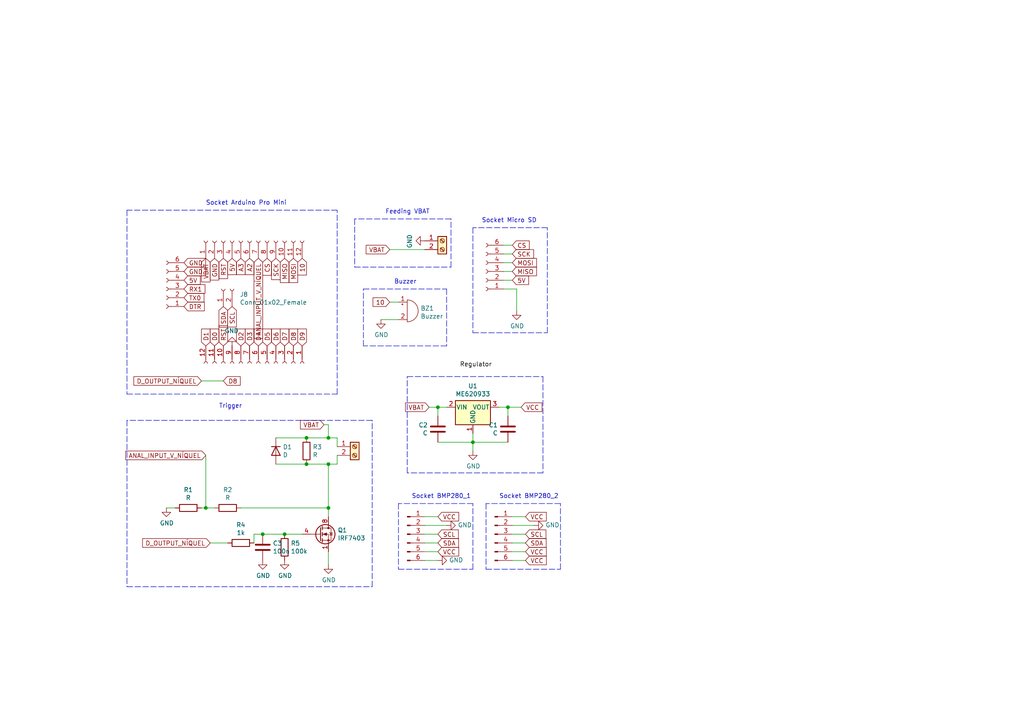
<source format=kicad_sch>
(kicad_sch (version 20211123) (generator eeschema)
  (paper "A4")
  (lib_symbols
    (symbol "Connector:Conn_01x02_Female" (pin_names (offset 1.016) hide)
      (property "Reference" "J" (at 0 2.54 0))
      (property "Value" "Conn_01x02_Female" (at 0 -5.08 0))
      (symbol "Conn_01x02_Female_1_1"
        (arc (start 0 -2.032) (mid -0.508 -2.54) (end 0 -3.048) (stroke (width 0.1524)))
        (polyline (pts (xy -1.27 -2.54) (xy -0.508 -2.54)) (stroke (width 0.1524)))
        (polyline (pts (xy -1.27 0) (xy -0.508 0)) (stroke (width 0.1524)))
        (arc (start 0 0.508) (mid -0.508 0) (end 0 -0.508) (stroke (width 0.1524)))
        (pin passive line (at -5.08 0 0) (length 3.81) (name "Pin_1") (number "1"))
        (pin passive line (at -5.08 -2.54 0) (length 3.81) (name "Pin_2") (number "2"))
      )
    )
    (symbol "Connector:Conn_01x06_Female" (pin_names (offset 1.016) hide)
      (property "Reference" "J" (at 0 7.62 0))
      (property "Value" "Conn_01x06_Female" (at 0 -10.16 0))
      (symbol "Conn_01x06_Female_1_1"
        (arc (start 0 -7.112) (mid -0.508 -7.62) (end 0 -8.128) (stroke (width 0.1524)))
        (arc (start 0 -4.572) (mid -0.508 -5.08) (end 0 -5.588) (stroke (width 0.1524)))
        (arc (start 0 -2.032) (mid -0.508 -2.54) (end 0 -3.048) (stroke (width 0.1524)))
        (polyline (pts (xy -1.27 -7.62) (xy -0.508 -7.62)) (stroke (width 0.1524)))
        (polyline (pts (xy -1.27 -5.08) (xy -0.508 -5.08)) (stroke (width 0.1524)))
        (polyline (pts (xy -1.27 -2.54) (xy -0.508 -2.54)) (stroke (width 0.1524)))
        (polyline (pts (xy -1.27 0) (xy -0.508 0)) (stroke (width 0.1524)))
        (polyline (pts (xy -1.27 2.54) (xy -0.508 2.54)) (stroke (width 0.1524)))
        (polyline (pts (xy -1.27 5.08) (xy -0.508 5.08)) (stroke (width 0.1524)))
        (arc (start 0 0.508) (mid -0.508 0) (end 0 -0.508) (stroke (width 0.1524)))
        (arc (start 0 3.048) (mid -0.508 2.54) (end 0 2.032) (stroke (width 0.1524)))
        (arc (start 0 5.588) (mid -0.508 5.08) (end 0 4.572) (stroke (width 0.1524)))
        (pin passive line (at -5.08 5.08 0) (length 3.81) (name "Pin_1") (number "1"))
        (pin passive line (at -5.08 2.54 0) (length 3.81) (name "Pin_2") (number "2"))
        (pin passive line (at -5.08 0 0) (length 3.81) (name "Pin_3") (number "3"))
        (pin passive line (at -5.08 -2.54 0) (length 3.81) (name "Pin_4") (number "4"))
        (pin passive line (at -5.08 -5.08 0) (length 3.81) (name "Pin_5") (number "5"))
        (pin passive line (at -5.08 -7.62 0) (length 3.81) (name "Pin_6") (number "6"))
      )
    )
    (symbol "Connector:Conn_01x06_Male" (pin_names (offset 1.016) hide)
      (property "Reference" "J" (at 0 7.62 0))
      (property "Value" "Conn_01x06_Male" (at 0 -10.16 0))
      (symbol "Conn_01x06_Male_1_1"
        (polyline (pts (xy 1.27 -7.62) (xy 0.8636 -7.62)) (stroke (width 0.1524)))
        (polyline (pts (xy 1.27 -5.08) (xy 0.8636 -5.08)) (stroke (width 0.1524)))
        (polyline (pts (xy 1.27 -2.54) (xy 0.8636 -2.54)) (stroke (width 0.1524)))
        (polyline (pts (xy 1.27 0) (xy 0.8636 0)) (stroke (width 0.1524)))
        (polyline (pts (xy 1.27 2.54) (xy 0.8636 2.54)) (stroke (width 0.1524)))
        (polyline (pts (xy 1.27 5.08) (xy 0.8636 5.08)) (stroke (width 0.1524)))
        (rectangle (start 0.8636 -7.493) (end 0 -7.747) (stroke (width 0.1524)) (fill (type outline)))
        (rectangle (start 0.8636 -4.953) (end 0 -5.207) (stroke (width 0.1524)) (fill (type outline)))
        (rectangle (start 0.8636 -2.413) (end 0 -2.667) (stroke (width 0.1524)) (fill (type outline)))
        (rectangle (start 0.8636 0.127) (end 0 -0.127) (stroke (width 0.1524)) (fill (type outline)))
        (rectangle (start 0.8636 2.667) (end 0 2.413) (stroke (width 0.1524)) (fill (type outline)))
        (rectangle (start 0.8636 5.207) (end 0 4.953) (stroke (width 0.1524)) (fill (type outline)))
        (pin passive line (at 5.08 5.08 180) (length 3.81) (name "Pin_1") (number "1"))
        (pin passive line (at 5.08 2.54 180) (length 3.81) (name "Pin_2") (number "2"))
        (pin passive line (at 5.08 0 180) (length 3.81) (name "Pin_3") (number "3"))
        (pin passive line (at 5.08 -2.54 180) (length 3.81) (name "Pin_4") (number "4"))
        (pin passive line (at 5.08 -5.08 180) (length 3.81) (name "Pin_5") (number "5"))
        (pin passive line (at 5.08 -7.62 180) (length 3.81) (name "Pin_6") (number "6"))
      )
    )
    (symbol "Connector:Conn_01x12_Female" (pin_names (offset 1.016) hide)
      (property "Reference" "J" (at 0 15.24 0))
      (property "Value" "Conn_01x12_Female" (at 0 -17.78 0))
      (symbol "Conn_01x12_Female_1_1"
        (arc (start 0 -14.732) (mid -0.508 -15.24) (end 0 -15.748) (stroke (width 0.1524)))
        (arc (start 0 -12.192) (mid -0.508 -12.7) (end 0 -13.208) (stroke (width 0.1524)))
        (arc (start 0 -9.652) (mid -0.508 -10.16) (end 0 -10.668) (stroke (width 0.1524)))
        (arc (start 0 -7.112) (mid -0.508 -7.62) (end 0 -8.128) (stroke (width 0.1524)))
        (arc (start 0 -4.572) (mid -0.508 -5.08) (end 0 -5.588) (stroke (width 0.1524)))
        (arc (start 0 -2.032) (mid -0.508 -2.54) (end 0 -3.048) (stroke (width 0.1524)))
        (polyline (pts (xy -1.27 -15.24) (xy -0.508 -15.24)) (stroke (width 0.1524)))
        (polyline (pts (xy -1.27 -12.7) (xy -0.508 -12.7)) (stroke (width 0.1524)))
        (polyline (pts (xy -1.27 -10.16) (xy -0.508 -10.16)) (stroke (width 0.1524)))
        (polyline (pts (xy -1.27 -7.62) (xy -0.508 -7.62)) (stroke (width 0.1524)))
        (polyline (pts (xy -1.27 -5.08) (xy -0.508 -5.08)) (stroke (width 0.1524)))
        (polyline (pts (xy -1.27 -2.54) (xy -0.508 -2.54)) (stroke (width 0.1524)))
        (polyline (pts (xy -1.27 0) (xy -0.508 0)) (stroke (width 0.1524)))
        (polyline (pts (xy -1.27 2.54) (xy -0.508 2.54)) (stroke (width 0.1524)))
        (polyline (pts (xy -1.27 5.08) (xy -0.508 5.08)) (stroke (width 0.1524)))
        (polyline (pts (xy -1.27 7.62) (xy -0.508 7.62)) (stroke (width 0.1524)))
        (polyline (pts (xy -1.27 10.16) (xy -0.508 10.16)) (stroke (width 0.1524)))
        (polyline (pts (xy -1.27 12.7) (xy -0.508 12.7)) (stroke (width 0.1524)))
        (arc (start 0 0.508) (mid -0.508 0) (end 0 -0.508) (stroke (width 0.1524)))
        (arc (start 0 3.048) (mid -0.508 2.54) (end 0 2.032) (stroke (width 0.1524)))
        (arc (start 0 5.588) (mid -0.508 5.08) (end 0 4.572) (stroke (width 0.1524)))
        (arc (start 0 8.128) (mid -0.508 7.62) (end 0 7.112) (stroke (width 0.1524)))
        (arc (start 0 10.668) (mid -0.508 10.16) (end 0 9.652) (stroke (width 0.1524)))
        (arc (start 0 13.208) (mid -0.508 12.7) (end 0 12.192) (stroke (width 0.1524)))
        (pin passive line (at -5.08 12.7 0) (length 3.81) (name "Pin_1") (number "1"))
        (pin passive line (at -5.08 -10.16 0) (length 3.81) (name "Pin_10") (number "10"))
        (pin passive line (at -5.08 -12.7 0) (length 3.81) (name "Pin_11") (number "11"))
        (pin passive line (at -5.08 -15.24 0) (length 3.81) (name "Pin_12") (number "12"))
        (pin passive line (at -5.08 10.16 0) (length 3.81) (name "Pin_2") (number "2"))
        (pin passive line (at -5.08 7.62 0) (length 3.81) (name "Pin_3") (number "3"))
        (pin passive line (at -5.08 5.08 0) (length 3.81) (name "Pin_4") (number "4"))
        (pin passive line (at -5.08 2.54 0) (length 3.81) (name "Pin_5") (number "5"))
        (pin passive line (at -5.08 0 0) (length 3.81) (name "Pin_6") (number "6"))
        (pin passive line (at -5.08 -2.54 0) (length 3.81) (name "Pin_7") (number "7"))
        (pin passive line (at -5.08 -5.08 0) (length 3.81) (name "Pin_8") (number "8"))
        (pin passive line (at -5.08 -7.62 0) (length 3.81) (name "Pin_9") (number "9"))
      )
    )
    (symbol "Connector:Screw_Terminal_01x02" (pin_names (offset 1.016) hide)
      (property "Reference" "J" (at 0 2.54 0))
      (property "Value" "Screw_Terminal_01x02" (at 0 -5.08 0))
      (symbol "Screw_Terminal_01x02_1_1"
        (rectangle (start -1.27 1.27) (end 1.27 -3.81) (stroke (width 0.254)) (fill (type background)))
        (circle (center 0 -2.54) (radius 0.635) (stroke (width 0.1524)))
        (polyline (pts (xy -0.5334 -2.2098) (xy 0.3302 -3.048)) (stroke (width 0.1524)))
        (polyline (pts (xy -0.5334 0.3302) (xy 0.3302 -0.508)) (stroke (width 0.1524)))
        (polyline (pts (xy -0.3556 -2.032) (xy 0.508 -2.8702)) (stroke (width 0.1524)))
        (polyline (pts (xy -0.3556 0.508) (xy 0.508 -0.3302)) (stroke (width 0.1524)))
        (circle (center 0 0) (radius 0.635) (stroke (width 0.1524)))
        (pin passive line (at -5.08 0 0) (length 3.81) (name "Pin_1") (number "1"))
        (pin passive line (at -5.08 -2.54 0) (length 3.81) (name "Pin_2") (number "2"))
      )
    )
    (symbol "Device:Buzzer" (pin_names (offset 0.0254) hide)
      (property "Reference" "BZ" (at 3.81 1.27 0))
      (property "Value" "Buzzer" (at 3.81 -1.27 0))
      (symbol "Buzzer_0_1"
        (arc (start 0 -3.175) (mid 3.175 0) (end 0 3.175))
        (polyline (pts (xy -1.651 1.905) (xy -1.143 1.905)))
        (polyline (pts (xy -1.397 2.159) (xy -1.397 1.651)))
        (polyline (pts (xy 0 3.175) (xy 0 -3.175)))
      )
      (symbol "Buzzer_1_1"
        (pin passive line (at -2.54 2.54 0) (length 2.54) (name "-") (number "1"))
        (pin passive line (at -2.54 -2.54 0) (length 2.54) (name "+") (number "2"))
      )
    )
    (symbol "Device:C" (pin_numbers hide) (pin_names (offset 0.254))
      (property "Reference" "C" (at 0.635 2.54 0))
      (property "Value" "C" (at 0.635 -2.54 0))
      (symbol "C_0_1"
        (polyline (pts (xy -2.032 -0.762) (xy 2.032 -0.762)) (stroke (width 0.508)))
        (polyline (pts (xy -2.032 0.762) (xy 2.032 0.762)) (stroke (width 0.508)))
      )
      (symbol "C_1_1"
        (pin passive line (at 0 3.81 270) (length 2.794) (name "~") (number "1"))
        (pin passive line (at 0 -3.81 90) (length 2.794) (name "~") (number "2"))
      )
    )
    (symbol "Device:D" (pin_numbers hide) (pin_names (offset 1.016) hide)
      (property "Reference" "D" (at 0 2.54 0))
      (property "Value" "D" (at 0 -2.54 0))
      (symbol "D_0_1"
        (polyline (pts (xy -1.27 1.27) (xy -1.27 -1.27)) (stroke (width 0.254)))
        (polyline (pts (xy 1.27 0) (xy -1.27 0)))
        (polyline (pts (xy 1.27 1.27) (xy 1.27 -1.27) (xy -1.27 0) (xy 1.27 1.27)) (stroke (width 0.254)))
      )
      (symbol "D_1_1"
        (pin passive line (at -3.81 0 0) (length 2.54) (name "K") (number "1"))
        (pin passive line (at 3.81 0 180) (length 2.54) (name "A") (number "2"))
      )
    )
    (symbol "Device:R" (pin_numbers hide) (pin_names (offset 0))
      (property "Reference" "R" (at 2.032 0 90))
      (property "Value" "R" (at 0 0 90))
      (symbol "R_0_1"
        (rectangle (start -1.016 -2.54) (end 1.016 2.54) (stroke (width 0.254)))
      )
      (symbol "R_1_1"
        (pin passive line (at 0 3.81 270) (length 1.27) (name "~") (number "1"))
        (pin passive line (at 0 -3.81 90) (length 1.27) (name "~") (number "2"))
      )
    )
    (symbol "Regulator_Linear:AP2204RA-3.3" (pin_names (offset 0.254))
      (property "Reference" "U" (at -5.08 3.175 0))
      (property "Value" "AP2204RA-3.3" (at 0 3.175 0))
      (symbol "AP2204RA-3.3_0_1"
        (rectangle (start -5.08 1.905) (end 5.08 -5.08) (stroke (width 0.254)) (fill (type background)))
      )
      (symbol "AP2204RA-3.3_1_1"
        (pin power_in line (at 0 -7.62 90) (length 2.54) (name "GND") (number "1"))
        (pin power_in line (at -7.62 0 0) (length 2.54) (name "VIN") (number "2"))
        (pin power_out line (at 7.62 0 180) (length 2.54) (name "VOUT") (number "3"))
      )
    )
    (symbol "Transistor_FET:IRF7403" (pin_names hide)
      (property "Reference" "Q" (at 5.08 2.54 0))
      (property "Value" "IRF7403" (at 5.08 0 0))
      (symbol "IRF7403_0_1"
        (polyline (pts (xy 0.254 0) (xy -2.54 0)))
        (polyline (pts (xy 0.254 1.905) (xy 0.254 -1.905)) (stroke (width 0.254)))
        (polyline (pts (xy 0.762 -1.27) (xy 0.762 -2.286)) (stroke (width 0.254)))
        (polyline (pts (xy 0.762 0.508) (xy 0.762 -0.508)) (stroke (width 0.254)))
        (polyline (pts (xy 0.762 2.286) (xy 0.762 1.27)) (stroke (width 0.254)))
        (polyline (pts (xy 2.54 2.54) (xy 2.54 1.778)))
        (polyline (pts (xy 2.54 -2.54) (xy 2.54 0) (xy 0.762 0)))
        (polyline (pts (xy 0.762 -1.778) (xy 3.302 -1.778) (xy 3.302 1.778) (xy 0.762 1.778)))
        (polyline (pts (xy 1.016 0) (xy 2.032 0.381) (xy 2.032 -0.381) (xy 1.016 0)) (fill (type outline)))
        (polyline (pts (xy 2.794 0.508) (xy 2.921 0.381) (xy 3.683 0.381) (xy 3.81 0.254)))
        (polyline (pts (xy 3.302 0.381) (xy 2.921 -0.254) (xy 3.683 -0.254) (xy 3.302 0.381)))
        (circle (center 1.651 0) (radius 2.794) (stroke (width 0.254)))
        (circle (center 2.54 -1.778) (radius 0.254) (fill (type outline)))
        (circle (center 2.54 1.778) (radius 0.254) (fill (type outline)))
      )
      (symbol "IRF7403_1_1"
        (pin passive line (at 2.54 -5.08 90) (length 2.54) (name "S") (number "1"))
        (pin passive line (at 2.54 -5.08 90) (length 2.54) hide (name "S") (number "2"))
        (pin passive line (at 2.54 -5.08 90) (length 2.54) hide (name "S") (number "3"))
        (pin input line (at -5.08 0 0) (length 2.54) (name "G") (number "4"))
        (pin passive line (at 2.54 5.08 270) (length 2.54) hide (name "D") (number "5"))
        (pin passive line (at 2.54 5.08 270) (length 2.54) hide (name "D") (number "6"))
        (pin passive line (at 2.54 5.08 270) (length 2.54) hide (name "D") (number "7"))
        (pin passive line (at 2.54 5.08 270) (length 2.54) (name "D") (number "8"))
      )
    )
    (symbol "power:GND" (power) (pin_names (offset 0))
      (property "Value" "GND" (at 0 -3.81 0))
      (symbol "GND_0_1"
        (polyline (pts (xy 0 0) (xy 0 -1.27) (xy 1.27 -1.27) (xy 0 -2.54) (xy -1.27 -1.27) (xy 0 -1.27)))
      )
      (symbol "GND_1_1"
        (pin power_in line (at 0 0 270) (length 0) hide (name "GND") (number "1"))
      )
    )
  )
  (junction (at 82.55 154.94))
  (junction (at 127 118.11))
  (junction (at 95.25 147.32))
  (junction (at 59.69 147.32))
  (junction (at 88.9 134.62))
  (junction (at 95.25 127))
  (junction (at 147.32 118.11))
  (junction (at 137.16 128.27))
  (junction (at 76.2 154.94))
  (junction (at 95.25 134.62))
  (junction (at 88.9 127))
  (wire (pts (xy 148.59 162.56) (xy 152.4 162.56)))
  (wire (pts (xy 148.59 71.12) (xy 146.05 71.12)))
  (polyline (pts (xy 36.83 114.3) (xy 97.79 114.3)))
  (wire (pts (xy 137.16 128.27) (xy 137.16 130.81)))
  (wire (pts (xy 147.32 128.27) (xy 137.16 128.27)))
  (wire (pts (xy 95.25 127) (xy 95.25 123.19)))
  (polyline (pts (xy 105.41 83.82) (xy 129.54 83.82)))
  (polyline (pts (xy 102.87 63.5) (xy 102.87 77.47)))
  (polyline (pts (xy 158.75 96.52) (xy 158.75 66.04)))
  (wire (pts (xy 115.57 87.63) (xy 113.03 87.63)))
  (polyline (pts (xy 129.54 83.82) (xy 129.54 100.33)))
  (wire (pts (xy 95.25 147.32) (xy 95.25 134.62)))
  (polyline (pts (xy 115.57 146.05) (xy 115.57 165.1)))
  (polyline (pts (xy 129.54 100.33) (xy 105.41 100.33)))
  (polyline (pts (xy 162.56 165.1) (xy 162.56 146.05)))
  (wire (pts (xy 127 118.11) (xy 124.46 118.11)))
  (wire (pts (xy 127 128.27) (xy 137.16 128.27)))
  (polyline (pts (xy 102.87 77.47) (xy 130.81 77.47)))
  (polyline (pts (xy 97.79 60.96) (xy 36.83 60.96)))
  (wire (pts (xy 97.79 134.62) (xy 95.25 134.62)))
  (wire (pts (xy 73.66 154.94) (xy 73.66 157.48)))
  (polyline (pts (xy 130.81 63.5) (xy 102.87 63.5)))
  (wire (pts (xy 88.9 134.62) (xy 80.01 134.62)))
  (wire (pts (xy 148.59 73.66) (xy 146.05 73.66)))
  (polyline (pts (xy 137.16 165.1) (xy 137.16 146.05)))
  (wire (pts (xy 127 120.65) (xy 127 118.11)))
  (wire (pts (xy 151.13 118.11) (xy 147.32 118.11)))
  (wire (pts (xy 115.57 92.71) (xy 110.49 92.71)))
  (wire (pts (xy 148.59 78.74) (xy 146.05 78.74)))
  (wire (pts (xy 76.2 154.94) (xy 82.55 154.94)))
  (wire (pts (xy 59.69 147.32) (xy 58.42 147.32)))
  (wire (pts (xy 129.54 118.11) (xy 127 118.11)))
  (polyline (pts (xy 137.16 146.05) (xy 115.57 146.05)))
  (polyline (pts (xy 162.56 146.05) (xy 140.97 146.05)))
  (wire (pts (xy 148.59 152.4) (xy 154.94 152.4)))
  (wire (pts (xy 60.96 157.48) (xy 66.04 157.48)))
  (wire (pts (xy 123.19 162.56) (xy 127 162.56)))
  (polyline (pts (xy 107.95 170.18) (xy 107.95 121.92)))
  (wire (pts (xy 76.2 154.94) (xy 73.66 154.94)))
  (wire (pts (xy 146.05 83.82) (xy 149.86 83.82)))
  (polyline (pts (xy 36.83 121.92) (xy 36.83 170.18)))
  (polyline (pts (xy 137.16 96.52) (xy 158.75 96.52)))
  (wire (pts (xy 123.19 157.48) (xy 127 157.48)))
  (polyline (pts (xy 157.48 109.22) (xy 157.48 137.16)))
  (polyline (pts (xy 130.81 77.47) (xy 130.81 63.5)))
  (polyline (pts (xy 97.79 114.3) (xy 97.79 60.96)))
  (wire (pts (xy 87.63 154.94) (xy 82.55 154.94)))
  (wire (pts (xy 97.79 132.08) (xy 97.79 134.62)))
  (wire (pts (xy 148.59 157.48) (xy 152.4 157.48)))
  (wire (pts (xy 147.32 120.65) (xy 147.32 118.11)))
  (polyline (pts (xy 36.83 60.96) (xy 36.83 114.3)))
  (polyline (pts (xy 140.97 165.1) (xy 162.56 165.1)))
  (polyline (pts (xy 157.48 137.16) (xy 118.11 137.16)))
  (polyline (pts (xy 140.97 146.05) (xy 140.97 165.1)))
  (wire (pts (xy 149.86 83.82) (xy 149.86 90.17)))
  (wire (pts (xy 95.25 149.86) (xy 95.25 147.32)))
  (wire (pts (xy 147.32 118.11) (xy 144.78 118.11)))
  (wire (pts (xy 123.19 160.02) (xy 127 160.02)))
  (wire (pts (xy 69.85 147.32) (xy 95.25 147.32)))
  (wire (pts (xy 148.59 154.94) (xy 152.4 154.94)))
  (polyline (pts (xy 137.16 66.04) (xy 137.16 96.52)))
  (wire (pts (xy 123.19 149.86) (xy 127 149.86)))
  (wire (pts (xy 97.79 127) (xy 97.79 129.54)))
  (wire (pts (xy 113.03 72.39) (xy 123.19 72.39)))
  (wire (pts (xy 50.8 147.32) (xy 48.26 147.32)))
  (wire (pts (xy 148.59 81.28) (xy 146.05 81.28)))
  (wire (pts (xy 123.19 154.94) (xy 127 154.94)))
  (polyline (pts (xy 105.41 100.33) (xy 105.41 83.82)))
  (wire (pts (xy 95.25 134.62) (xy 88.9 134.62)))
  (wire (pts (xy 59.69 147.32) (xy 59.69 132.08)))
  (wire (pts (xy 137.16 125.73) (xy 137.16 128.27)))
  (polyline (pts (xy 36.83 170.18) (xy 107.95 170.18)))
  (wire (pts (xy 62.23 147.32) (xy 59.69 147.32)))
  (wire (pts (xy 88.9 127) (xy 95.25 127)))
  (polyline (pts (xy 118.11 137.16) (xy 118.11 109.22)))
  (polyline (pts (xy 158.75 66.04) (xy 137.16 66.04)))
  (wire (pts (xy 148.59 160.02) (xy 152.4 160.02)))
  (polyline (pts (xy 107.95 121.92) (xy 36.83 121.92)))
  (wire (pts (xy 95.25 127) (xy 97.79 127)))
  (wire (pts (xy 80.01 127) (xy 88.9 127)))
  (wire (pts (xy 95.25 160.02) (xy 95.25 163.83)))
  (wire (pts (xy 148.59 149.86) (xy 152.4 149.86)))
  (polyline (pts (xy 115.57 165.1) (xy 137.16 165.1)))
  (wire (pts (xy 58.42 110.49) (xy 64.77 110.49)))
  (polyline (pts (xy 118.11 109.22) (xy 157.48 109.22)))
  (wire (pts (xy 148.59 76.2) (xy 146.05 76.2)))
  (wire (pts (xy 123.19 152.4) (xy 129.54 152.4)))
  (wire (pts (xy 95.25 123.19) (xy 93.98 123.19)))
  (text "Feeding VBAT" (at 111.76 62.23 0) (effects (font (size 1.27 1.27)) (justify left bottom)))
  (text "Socket BMP280_1\n" (at 119.38 144.78 0) (effects (font (size 1.27 1.27)) (justify left bottom)))
  (text "Socket Arduino Pro Mini" (at 59.69 59.69 0) (effects (font (size 1.27 1.27)) (justify left bottom)))
  (text "Trigger\n\n" (at 63.5 120.65 0) (effects (font (size 1.27 1.27)) (justify left bottom)))
  (text "Buzzer\n" (at 114.3 82.55 0) (effects (font (size 1.27 1.27)) (justify left bottom)))
  (text "Socket BMP280_2\n" (at 144.78 144.78 0) (effects (font (size 1.27 1.27)) (justify left bottom)))
  (text "Socket Micro SD" (at 139.7 64.77 0) (effects (font (size 1.27 1.27)) (justify left bottom)))
  (label "Regulator" (at 133.35 106.68 0))
  (global_label "CS" (shape input) (at 77.47 74.93 270) (property "Intersheet References" "${INTERSHEET_REFS}" (effects hide)))
  (global_label "MOSI" (shape input) (at 148.59 76.2 0) (property "Intersheet References" "${INTERSHEET_REFS}" (effects hide)))
  (global_label "VCC" (shape input) (at 127 160.02 0) (property "Intersheet References" "${INTERSHEET_REFS}" (effects hide)))
  (global_label "SCL" (shape input) (at 127 154.94 0) (property "Intersheet References" "${INTERSHEET_REFS}" (effects hide)))
  (global_label "D9" (shape input) (at 87.63 100.33 90) (property "Intersheet References" "${INTERSHEET_REFS}" (effects hide)))
  (global_label "VCC" (shape input) (at 127 149.86 0) (property "Intersheet References" "${INTERSHEET_REFS}" (effects hide)))
  (global_label "GND" (shape input) (at 53.34 78.74 0) (property "Intersheet References" "${INTERSHEET_REFS}" (effects hide)))
  (global_label "VCC" (shape input) (at 151.13 118.11 0) (property "Intersheet References" "${INTERSHEET_REFS}" (effects hide)))
  (global_label "SCL" (shape input) (at 67.31 88.9 270) (property "Intersheet References" "${INTERSHEET_REFS}" (effects hide)))
  (global_label "SCK" (shape input) (at 80.01 74.93 270) (property "Intersheet References" "${INTERSHEET_REFS}" (effects hide)))
  (global_label "D2" (shape input) (at 69.85 100.33 90) (property "Intersheet References" "${INTERSHEET_REFS}" (effects hide)))
  (global_label "GND" (shape input) (at 62.23 74.93 270) (property "Intersheet References" "${INTERSHEET_REFS}" (effects hide)))
  (global_label "D8" (shape input) (at 64.77 110.49 0) (property "Intersheet References" "${INTERSHEET_REFS}" (effects hide)))
  (global_label "D4" (shape input) (at 74.93 100.33 90) (property "Intersheet References" "${INTERSHEET_REFS}" (effects hide)))
  (global_label "RX1" (shape input) (at 53.34 83.82 0) (property "Intersheet References" "${INTERSHEET_REFS}" (effects hide)))
  (global_label "10" (shape input) (at 87.63 74.93 270) (property "Intersheet References" "${INTERSHEET_REFS}" (effects hide)))
  (global_label "VCC" (shape input) (at 152.4 160.02 0) (property "Intersheet References" "${INTERSHEET_REFS}" (effects hide)))
  (global_label "5V" (shape input) (at 148.59 81.28 0) (property "Intersheet References" "${INTERSHEET_REFS}" (effects hide)))
  (global_label "MOSI" (shape input) (at 85.09 74.93 270) (property "Intersheet References" "${INTERSHEET_REFS}" (effects hide)))
  (global_label "10" (shape input) (at 113.03 87.63 180) (property "Intersheet References" "${INTERSHEET_REFS}" (effects hide)))
  (global_label "5V" (shape input) (at 53.34 81.28 0) (property "Intersheet References" "${INTERSHEET_REFS}" (effects hide)))
  (global_label "MISO" (shape input) (at 148.59 78.74 0) (property "Intersheet References" "${INTERSHEET_REFS}" (effects hide)))
  (global_label "ANAL_INPUT_V_NÍQUEL" (shape input) (at 74.93 74.93 270) (property "Intersheet References" "${INTERSHEET_REFS}" (effects hide)))
  (global_label "D7" (shape input) (at 82.55 100.33 90) (property "Intersheet References" "${INTERSHEET_REFS}" (effects hide)))
  (global_label "CS" (shape input) (at 148.59 71.12 0) (property "Intersheet References" "${INTERSHEET_REFS}" (effects hide)))
  (global_label "D0" (shape input) (at 62.23 100.33 90) (property "Intersheet References" "${INTERSHEET_REFS}" (effects hide)))
  (global_label "A3" (shape input) (at 69.85 74.93 270) (property "Intersheet References" "${INTERSHEET_REFS}" (effects hide)))
  (global_label "SDA" (shape input) (at 152.4 157.48 0) (property "Intersheet References" "${INTERSHEET_REFS}" (effects hide)))
  (global_label "5V" (shape input) (at 67.31 74.93 270) (property "Intersheet References" "${INTERSHEET_REFS}" (effects hide)))
  (global_label "VBAT" (shape input) (at 113.03 72.39 180) (property "Intersheet References" "${INTERSHEET_REFS}" (effects hide)))
  (global_label "ANAL_INPUT_V_NÍQUEL" (shape input) (at 59.69 132.08 180) (property "Intersheet References" "${INTERSHEET_REFS}" (effects hide)))
  (global_label "RST" (shape input) (at 64.77 100.33 90) (property "Intersheet References" "${INTERSHEET_REFS}" (effects hide)))
  (global_label "VBAT" (shape input) (at 59.69 74.93 270) (property "Intersheet References" "${INTERSHEET_REFS}" (effects hide)))
  (global_label "RST" (shape input) (at 64.77 74.93 270) (property "Intersheet References" "${INTERSHEET_REFS}" (effects hide)))
  (global_label "SCK" (shape input) (at 148.59 73.66 0) (property "Intersheet References" "${INTERSHEET_REFS}" (effects hide)))
  (global_label "VBAT" (shape input) (at 124.46 118.11 180) (property "Intersheet References" "${INTERSHEET_REFS}" (effects hide)))
  (global_label "VBAT" (shape input) (at 93.98 123.19 180) (property "Intersheet References" "${INTERSHEET_REFS}" (effects hide)))
  (global_label "SDA" (shape input) (at 127 157.48 0) (property "Intersheet References" "${INTERSHEET_REFS}" (effects hide)))
  (global_label "D1" (shape input) (at 59.69 100.33 90) (property "Intersheet References" "${INTERSHEET_REFS}" (effects hide)))
  (global_label "D5" (shape input) (at 77.47 100.33 90) (property "Intersheet References" "${INTERSHEET_REFS}" (effects hide)))
  (global_label "D_OUTPUT_NÍQUEL" (shape input) (at 60.96 157.48 180) (property "Intersheet References" "${INTERSHEET_REFS}" (effects hide)))
  (global_label "D3" (shape input) (at 72.39 100.33 90) (property "Intersheet References" "${INTERSHEET_REFS}" (effects hide)))
  (global_label "SDA" (shape input) (at 64.77 88.9 270) (property "Intersheet References" "${INTERSHEET_REFS}" (effects hide)))
  (global_label "D6" (shape input) (at 80.01 100.33 90) (property "Intersheet References" "${INTERSHEET_REFS}" (effects hide)))
  (global_label "D_OUTPUT_NÍQUEL" (shape input) (at 58.42 110.49 180) (property "Intersheet References" "${INTERSHEET_REFS}" (effects hide)))
  (global_label "GND" (shape input) (at 53.34 76.2 0) (property "Intersheet References" "${INTERSHEET_REFS}" (effects hide)))
  (global_label "VCC" (shape input) (at 152.4 149.86 0) (property "Intersheet References" "${INTERSHEET_REFS}" (effects hide)))
  (global_label "D8" (shape input) (at 85.09 100.33 90) (property "Intersheet References" "${INTERSHEET_REFS}" (effects hide)))
  (global_label "MISO" (shape input) (at 82.55 74.93 270) (property "Intersheet References" "${INTERSHEET_REFS}" (effects hide)))
  (global_label "TX0" (shape input) (at 53.34 86.36 0) (property "Intersheet References" "${INTERSHEET_REFS}" (effects hide)))
  (global_label "DTR" (shape input) (at 53.34 88.9 0) (property "Intersheet References" "${INTERSHEET_REFS}" (effects hide)))
  (global_label "A2" (shape input) (at 72.39 74.93 270) (property "Intersheet References" "${INTERSHEET_REFS}" (effects hide)))
  (global_label "VCC" (shape input) (at 152.4 162.56 0) (property "Intersheet References" "${INTERSHEET_REFS}" (effects hide)))
  (global_label "SCL" (shape input) (at 152.4 154.94 0) (property "Intersheet References" "${INTERSHEET_REFS}" (effects hide)))
  (symbol (lib_id "Device:Buzzer") (at 118.11 90.17 0) (unit 1)
    (property "Reference" "BZ1" (at 121.9708 89.4334 0) (effects (justify left)))
    (property "Value" "Buzzer" (at 121.9708 91.7448 0) (effects (justify left)))
    (property "Footprint" "Buzzer_Beeper:Buzzer_15x7.5RM7.6" (effects hide))
  )
  (symbol (lib_id "Connector:Conn_01x06_Female") (at 140.97 78.74 180) (unit 1)
    (property "Reference" "J1" (effects hide))
    (property "Value" "Conn_01x06_Female" (effects hide))
    (property "Footprint" "Connector_PinSocket_2.54mm:PinSocket_1x06_P2.54mm_Vertical" (effects hide))
  )
  (symbol (lib_id "power:GND") (at 149.86 90.17 0) (unit 1)
    (property "Reference" "#PWR0103" (effects hide))
    (property "Value" "GND" (at 149.987 94.5642 0))
  )
  (symbol (lib_id "Transistor_FET:IRF7403") (at 92.71 154.94 0) (unit 1)
    (property "Reference" "Q1" (at 97.9424 153.7716 0) (effects (justify left)))
    (property "Value" "IRF7403" (at 97.9424 156.083 0) (effects (justify left)))
    (property "Footprint" "Package_SO:SOIC-8_3.9x4.9mm_P1.27mm" (effects hide))
    (property "Datasheet" "https://www.infineon.com/dgdl/irf7403pbf.pdf?fileId=5546d462533600a4015355fa23541b9c" (effects hide))
  )
  (symbol (lib_id "Device:R") (at 54.61 147.32 270) (unit 1)
    (property "Reference" "R1" (at 54.61 142.0622 90))
    (property "Value" "R" (at 54.61 144.3736 90))
    (property "Footprint" "Resistor_THT:R_Axial_DIN0207_L6.3mm_D2.5mm_P5.08mm_Vertical" (effects hide))
  )
  (symbol (lib_id "Device:R") (at 66.04 147.32 270) (unit 1)
    (property "Reference" "R2" (at 66.04 142.0622 90))
    (property "Value" "R" (at 66.04 144.3736 90))
    (property "Footprint" "Resistor_THT:R_Axial_DIN0207_L6.3mm_D2.5mm_P5.08mm_Vertical" (effects hide))
  )
  (symbol (lib_id "Device:R") (at 88.9 130.81 0) (unit 1)
    (property "Reference" "R3" (at 90.678 129.6416 0) (effects (justify left)))
    (property "Value" "R" (at 90.678 131.953 0) (effects (justify left)))
    (property "Footprint" "Resistor_THT:R_Axial_DIN0207_L6.3mm_D2.5mm_P5.08mm_Vertical" (effects hide))
  )
  (symbol (lib_id "power:GND") (at 110.49 92.71 0) (unit 1)
    (property "Reference" "#PWR0104" (effects hide))
    (property "Value" "GND" (at 110.617 97.1042 0))
  )
  (symbol (lib_id "Device:D") (at 80.01 130.81 270) (unit 1)
    (property "Reference" "D1" (at 82.0166 129.6416 90) (effects (justify left)))
    (property "Value" "D" (at 82.0166 131.953 90) (effects (justify left)))
    (property "Footprint" "Diode_THT:D_T-1_P2.54mm_Vertical_AnodeUp" (effects hide))
  )
  (symbol (lib_id "Connector:Screw_Terminal_01x02") (at 102.87 129.54 0) (unit 1)
    (property "Reference" "J5" (effects hide))
    (property "Value" "Screw_Terminal_01x02" (effects hide))
    (property "Footprint" "TerminalBlock:TerminalBlock_bornier-2_P5.08mm" (effects hide))
  )
  (symbol (lib_id "power:GND") (at 67.31 100.33 180) (unit 1)
    (property "Reference" "#PWR0105" (effects hide))
    (property "Value" "GND" (at 67.183 95.9358 0))
  )
  (symbol (lib_id "Connector:Conn_01x12_Female") (at 74.93 105.41 270) (unit 1)
    (property "Reference" "J4" (effects hide))
    (property "Value" "Conn_01x12_Female" (effects hide))
    (property "Footprint" "Connector_PinSocket_2.54mm:PinSocket_1x12_P2.54mm_Vertical" (effects hide))
  )
  (symbol (lib_id "Connector:Conn_01x06_Male") (at 143.51 154.94 0) (unit 1)
    (property "Reference" "J6" (effects hide))
    (property "Value" "Conn_01x06_Male" (effects hide))
    (property "Footprint" "Connector_PinSocket_2.54mm:PinSocket_1x06_P2.54mm_Vertical" (effects hide))
  )
  (symbol (lib_id "power:GND") (at 154.94 152.4 90) (unit 1)
    (property "Reference" "#PWR0106" (effects hide))
    (property "Value" "GND" (at 158.1912 152.273 90) (effects (justify right)))
  )
  (symbol (lib_id "Connector:Conn_01x12_Female") (at 72.39 69.85 90) (unit 1)
    (property "Reference" "J3" (effects hide))
    (property "Value" "Conn_01x12_Female" (effects hide))
    (property "Footprint" "Connector_PinSocket_2.54mm:PinSocket_1x12_P2.54mm_Vertical" (effects hide))
  )
  (symbol (lib_id "Connector:Conn_01x06_Female") (at 48.26 83.82 180) (unit 1)
    (property "Reference" "J2" (effects hide))
    (property "Value" "Conn_01x06_Female" (effects hide))
    (property "Footprint" "Connector_PinSocket_2.54mm:PinSocket_1x06_P2.54mm_Vertical" (effects hide))
  )
  (symbol (lib_id "power:GND") (at 95.25 163.83 0) (unit 1)
    (property "Reference" "#PWR0101" (effects hide))
    (property "Value" "GND" (at 95.377 168.2242 0))
  )
  (symbol (lib_id "power:GND") (at 48.26 147.32 0) (unit 1)
    (property "Reference" "#PWR0102" (effects hide))
    (property "Value" "GND" (at 48.387 151.7142 0))
  )
  (symbol (lib_id "power:GND") (at 123.19 69.85 270) (unit 1)
    (property "Reference" "#PWR0107" (effects hide))
    (property "Value" "GND" (at 118.7958 69.977 0))
  )
  (symbol (lib_id "Device:C") (at 127 124.46 0) (mirror y) (unit 1)
    (property "Reference" "C2" (at 124.079 123.2916 0) (effects (justify left)))
    (property "Value" "C" (at 124.079 125.603 0) (effects (justify left)))
    (property "Footprint" "Capacitor_THT:C_Disc_D5.0mm_W2.5mm_P2.50mm" (effects hide))
  )
  (symbol (lib_id "Device:C") (at 147.32 124.46 0) (mirror y) (unit 1)
    (property "Reference" "C1" (at 144.399 123.2916 0) (effects (justify left)))
    (property "Value" "C" (at 144.399 125.603 0) (effects (justify left)))
    (property "Footprint" "Capacitor_THT:C_Disc_D5.0mm_W2.5mm_P2.50mm" (effects hide))
  )
  (symbol (lib_id "Regulator_Linear:AP2204RA-3.3") (at 137.16 118.11 0) (unit 1)
    (property "Reference" "U1" (at 137.16 111.9632 0))
    (property "Value" "ME620933" (at 137.16 114.2746 0))
    (property "Footprint" "Package_TO_SOT_SMD:SOT-89-3" (effects hide))
    (property "Datasheet" "https://www.diodes.com/assets/Datasheets/AP2204.pdf" (effects hide))
  )
  (symbol (lib_id "power:GND") (at 129.54 152.4 90) (unit 1)
    (property "Reference" "#PWR0108" (effects hide))
    (property "Value" "GND" (at 132.7912 152.273 90) (effects (justify right)))
  )
  (symbol (lib_id "Connector:Conn_01x06_Male") (at 118.11 154.94 0) (unit 1)
    (property "Reference" "J9" (effects hide))
    (property "Value" "Conn_01x06_Male" (effects hide))
    (property "Footprint" "Connector_PinSocket_2.54mm:PinSocket_1x06_P2.54mm_Vertical" (effects hide))
  )
  (symbol (lib_id "power:GND") (at 137.16 130.81 0) (unit 1)
    (property "Reference" "#PWR0110" (effects hide))
    (property "Value" "GND" (at 137.287 135.2042 0))
  )
  (symbol (lib_id "Device:R") (at 82.55 158.75 0) (unit 1)
    (property "Reference" "R5" (at 84.328 157.5816 0) (effects (justify left)))
    (property "Value" "100k" (at 84.328 159.893 0) (effects (justify left)))
    (property "Footprint" "Resistor_THT:R_Axial_DIN0207_L6.3mm_D2.5mm_P5.08mm_Vertical" (effects hide))
  )
  (symbol (lib_id "Device:C") (at 76.2 158.75 0) (unit 1)
    (property "Reference" "C3" (at 79.121 157.5816 0) (effects (justify left)))
    (property "Value" "100n" (at 79.121 159.893 0) (effects (justify left)))
    (property "Footprint" "Capacitor_THT:C_Disc_D5.0mm_W2.5mm_P2.50mm" (effects hide))
  )
  (symbol (lib_id "Device:R") (at 69.85 157.48 270) (unit 1)
    (property "Reference" "R4" (at 69.85 152.2222 90))
    (property "Value" "1k" (at 69.85 154.5336 90))
    (property "Footprint" "Resistor_THT:R_Axial_DIN0207_L6.3mm_D2.5mm_P5.08mm_Vertical" (effects hide))
  )
  (symbol (lib_id "power:GND") (at 82.55 162.56 0) (unit 1)
    (property "Reference" "#PWR02" (effects hide))
    (property "Value" "GND" (at 82.677 166.9542 0))
  )
  (symbol (lib_id "power:GND") (at 76.2 162.56 0) (unit 1)
    (property "Reference" "#PWR01" (effects hide))
    (property "Value" "GND" (at 76.327 166.9542 0))
  )
  (symbol (lib_id "Connector:Screw_Terminal_01x02") (at 128.27 69.85 0) (unit 1)
    (property "Reference" "J7" (effects hide))
    (property "Value" "Screw_Terminal_01x02" (effects hide))
    (property "Footprint" "TerminalBlock:TerminalBlock_bornier-2_P5.08mm" (effects hide))
  )
  (symbol (lib_id "power:GND") (at 127 162.56 90) (unit 1)
    (property "Reference" "#PWR0109" (effects hide))
    (property "Value" "GND" (at 130.2512 162.433 90) (effects (justify right)))
  )
  (symbol (lib_id "Connector:Conn_01x02_Female") (at 64.77 83.82 90) (unit 1)
    (property "Reference" "J8" (at 69.5452 85.3948 90) (effects (justify right)))
    (property "Value" "Conn_01x02_Female" (at 69.5452 87.7062 90) (effects (justify right)))
    (property "Footprint" "Connector_PinSocket_2.54mm:PinSocket_1x02_P2.54mm_Vertical" (effects hide))
  )
)
</source>
